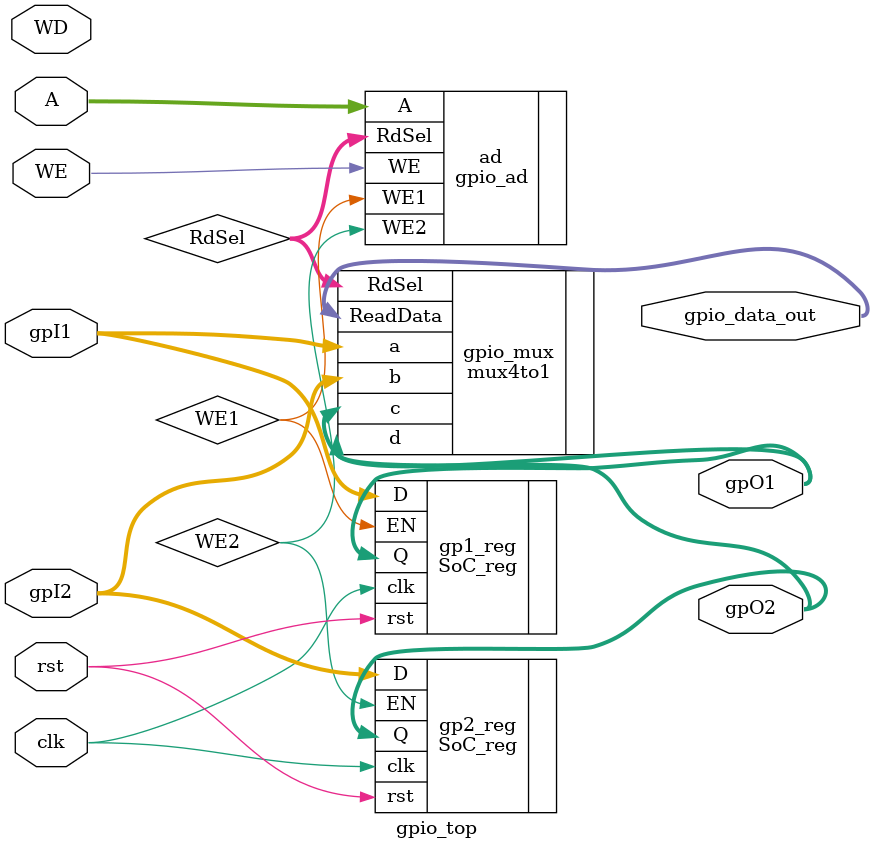
<source format=v>
module gpio_top(
    input wire      clk,
    input wire      rst,
    input wire [1:0] A,
    input wire WE,
    input wire [31:0] gpI1, gpI2, WD,
    output wire [31:0] gpO1, gpO2, gpio_data_out
    );
    
    wire WE1, WE2;
    wire [1:0] RdSel;
    gpio_ad ad(
        .A          (A),
        .WE         (WE),
        .WE1        (WE1),
        .WE2        (WE2),
        .RdSel      (RdSel)
    );
    
    SoC_reg #(32) gp1_reg( 
        .clk        (clk),
        .rst        (rst),
        .D          (gpI1),
        .EN         (WE1),
        .Q          (gpO1)
    );
    
    SoC_reg #(32) gp2_reg( 
        .clk        (clk),
        .rst        (rst),
        .D          (gpI2),
        .EN         (WE2),
        .Q          (gpO2)
    );    
    
    mux4to1 gpio_mux(
        .RdSel      (RdSel),
        .a          (gpI1),
        .b          (gpI2),
        .c          (gpO1),
        .d          (gpO2),
        .ReadData   (gpio_data_out)
    );
            
        
endmodule

</source>
